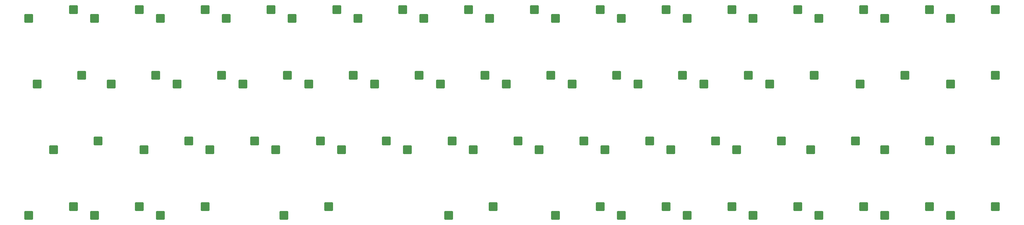
<source format=gbp>
%TF.GenerationSoftware,KiCad,Pcbnew,(6.0.10)*%
%TF.CreationDate,2023-01-15T11:01:46+05:00*%
%TF.ProjectId,key55,6b657935-352e-46b6-9963-61645f706362,rev?*%
%TF.SameCoordinates,Original*%
%TF.FileFunction,Paste,Bot*%
%TF.FilePolarity,Positive*%
%FSLAX46Y46*%
G04 Gerber Fmt 4.6, Leading zero omitted, Abs format (unit mm)*
G04 Created by KiCad (PCBNEW (6.0.10)) date 2023-01-15 11:01:46*
%MOMM*%
%LPD*%
G01*
G04 APERTURE LIST*
G04 Aperture macros list*
%AMRoundRect*
0 Rectangle with rounded corners*
0 $1 Rounding radius*
0 $2 $3 $4 $5 $6 $7 $8 $9 X,Y pos of 4 corners*
0 Add a 4 corners polygon primitive as box body*
4,1,4,$2,$3,$4,$5,$6,$7,$8,$9,$2,$3,0*
0 Add four circle primitives for the rounded corners*
1,1,$1+$1,$2,$3*
1,1,$1+$1,$4,$5*
1,1,$1+$1,$6,$7*
1,1,$1+$1,$8,$9*
0 Add four rect primitives between the rounded corners*
20,1,$1+$1,$2,$3,$4,$5,0*
20,1,$1+$1,$4,$5,$6,$7,0*
20,1,$1+$1,$6,$7,$8,$9,0*
20,1,$1+$1,$8,$9,$2,$3,0*%
G04 Aperture macros list end*
%ADD10RoundRect,0.250000X-1.025000X-1.000000X1.025000X-1.000000X1.025000X1.000000X-1.025000X1.000000X0*%
G04 APERTURE END LIST*
D10*
%TO.C,K44*%
X15140000Y-76835000D03*
X28067000Y-74295000D03*
%TD*%
%TO.C,K49*%
X167540000Y-76835000D03*
X180467000Y-74295000D03*
%TD*%
%TO.C,K1*%
X15140000Y-19685000D03*
X28067000Y-17145000D03*
%TD*%
%TO.C,K7*%
X129440000Y-19685000D03*
X142367000Y-17145000D03*
%TD*%
%TO.C,K10*%
X186590000Y-19685000D03*
X199517000Y-17145000D03*
%TD*%
%TO.C,K34*%
X105627500Y-57785000D03*
X118554500Y-55245000D03*
%TD*%
%TO.C,K11*%
X205640000Y-19685000D03*
X218567000Y-17145000D03*
%TD*%
%TO.C,K18*%
X58002500Y-38735000D03*
X70929500Y-36195000D03*
%TD*%
%TO.C,K54*%
X262790000Y-76835000D03*
X275717000Y-74295000D03*
%TD*%
%TO.C,K27*%
X229452500Y-38735000D03*
X242379500Y-36195000D03*
%TD*%
%TO.C,K22*%
X134202500Y-38735000D03*
X147129500Y-36195000D03*
%TD*%
%TO.C,K35*%
X124677500Y-57785000D03*
X137604500Y-55245000D03*
%TD*%
%TO.C,K9*%
X167540000Y-19685000D03*
X180467000Y-17145000D03*
%TD*%
%TO.C,K29*%
X281840000Y-38735000D03*
X294767000Y-36195000D03*
%TD*%
%TO.C,K39*%
X200877500Y-57785000D03*
X213804500Y-55245000D03*
%TD*%
%TO.C,K55*%
X281840000Y-76835000D03*
X294767000Y-74295000D03*
%TD*%
%TO.C,K6*%
X110390000Y-19685000D03*
X123317000Y-17145000D03*
%TD*%
%TO.C,K46*%
X53240000Y-76835000D03*
X66167000Y-74295000D03*
%TD*%
%TO.C,K50*%
X186590000Y-76835000D03*
X199517000Y-74295000D03*
%TD*%
%TO.C,K25*%
X191352500Y-38735000D03*
X204279500Y-36195000D03*
%TD*%
%TO.C,K8*%
X148490000Y-19685000D03*
X161417000Y-17145000D03*
%TD*%
%TO.C,K43*%
X281840000Y-57785000D03*
X294767000Y-55245000D03*
%TD*%
%TO.C,K16*%
X17521250Y-38735000D03*
X30448250Y-36195000D03*
%TD*%
%TO.C,K12*%
X224690000Y-19685000D03*
X237617000Y-17145000D03*
%TD*%
%TO.C,K15*%
X281840000Y-19685000D03*
X294767000Y-17145000D03*
%TD*%
%TO.C,K41*%
X241358750Y-57785000D03*
X254285750Y-55245000D03*
%TD*%
%TO.C,K52*%
X224690000Y-76835000D03*
X237617000Y-74295000D03*
%TD*%
%TO.C,K51*%
X205640000Y-76835000D03*
X218567000Y-74295000D03*
%TD*%
%TO.C,K32*%
X67527500Y-57785000D03*
X80454500Y-55245000D03*
%TD*%
%TO.C,K36*%
X143727500Y-57785000D03*
X156654500Y-55245000D03*
%TD*%
%TO.C,K28*%
X255646250Y-38735000D03*
X268573250Y-36195000D03*
%TD*%
%TO.C,K14*%
X262790000Y-19685000D03*
X275717000Y-17145000D03*
%TD*%
%TO.C,K26*%
X210402500Y-38735000D03*
X223329500Y-36195000D03*
%TD*%
%TO.C,K17*%
X38952500Y-38735000D03*
X51879500Y-36195000D03*
%TD*%
%TO.C,K13*%
X243740000Y-19685000D03*
X256667000Y-17145000D03*
%TD*%
%TO.C,K45*%
X34190000Y-76835000D03*
X47117000Y-74295000D03*
%TD*%
%TO.C,K20*%
X96102500Y-38735000D03*
X109029500Y-36195000D03*
%TD*%
%TO.C,K24*%
X172302500Y-38735000D03*
X185229500Y-36195000D03*
%TD*%
%TO.C,K48*%
X136583750Y-76835000D03*
X149510750Y-74295000D03*
%TD*%
%TO.C,K38*%
X181827500Y-57785000D03*
X194754500Y-55245000D03*
%TD*%
%TO.C,K4*%
X72290000Y-19685000D03*
X85217000Y-17145000D03*
%TD*%
%TO.C,K37*%
X162777500Y-57785000D03*
X175704500Y-55245000D03*
%TD*%
%TO.C,K2*%
X34190000Y-19685000D03*
X47117000Y-17145000D03*
%TD*%
%TO.C,K42*%
X262790000Y-57785000D03*
X275717000Y-55245000D03*
%TD*%
%TO.C,K47*%
X88958750Y-76835000D03*
X101885750Y-74295000D03*
%TD*%
%TO.C,K40*%
X219927500Y-57785000D03*
X232854500Y-55245000D03*
%TD*%
%TO.C,K23*%
X153252500Y-38735000D03*
X166179500Y-36195000D03*
%TD*%
%TO.C,K31*%
X48477500Y-57785000D03*
X61404500Y-55245000D03*
%TD*%
%TO.C,K30*%
X22283750Y-57785000D03*
X35210750Y-55245000D03*
%TD*%
%TO.C,K21*%
X115152500Y-38735000D03*
X128079500Y-36195000D03*
%TD*%
%TO.C,K19*%
X77052500Y-38735000D03*
X89979500Y-36195000D03*
%TD*%
%TO.C,K3*%
X53240000Y-19685000D03*
X66167000Y-17145000D03*
%TD*%
%TO.C,K33*%
X86577500Y-57785000D03*
X99504500Y-55245000D03*
%TD*%
%TO.C,K53*%
X243740000Y-76835000D03*
X256667000Y-74295000D03*
%TD*%
%TO.C,K5*%
X91340000Y-19685000D03*
X104267000Y-17145000D03*
%TD*%
M02*

</source>
